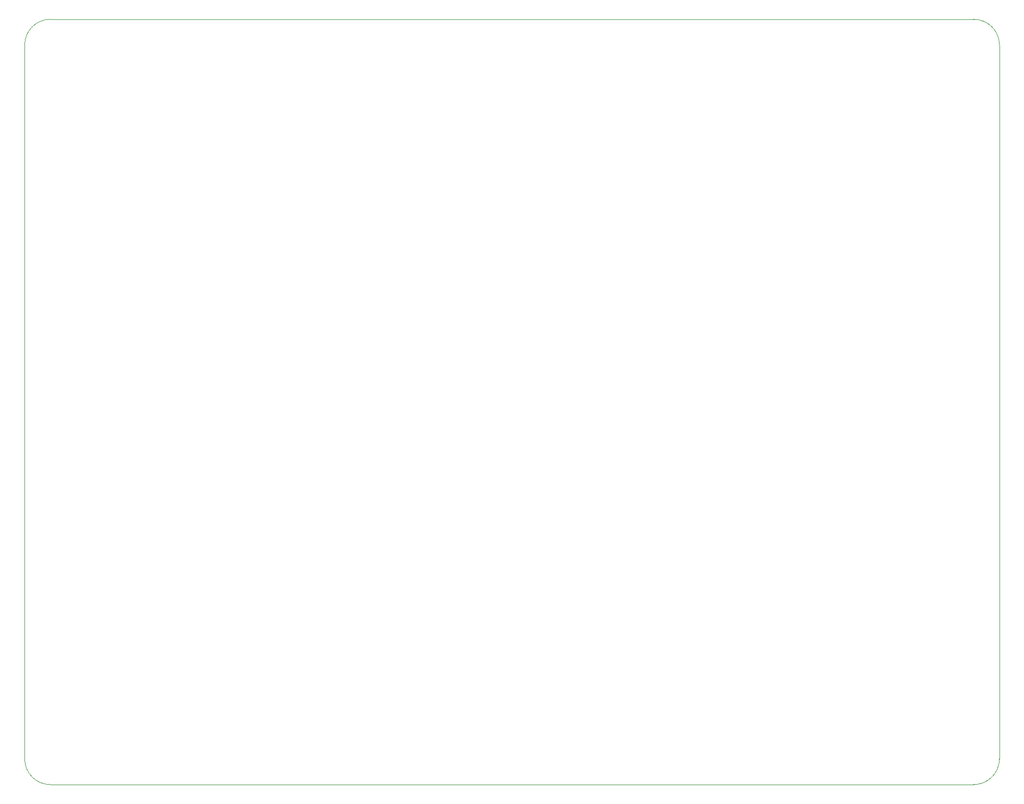
<source format=gbr>
%TF.GenerationSoftware,KiCad,Pcbnew,(6.0.1)*%
%TF.CreationDate,2024-03-16T16:01:57+01:00*%
%TF.ProjectId,mock_up_pcb,6d6f636b-5f75-4705-9f70-63622e6b6963,rev?*%
%TF.SameCoordinates,Original*%
%TF.FileFunction,Profile,NP*%
%FSLAX46Y46*%
G04 Gerber Fmt 4.6, Leading zero omitted, Abs format (unit mm)*
G04 Created by KiCad (PCBNEW (6.0.1)) date 2024-03-16 16:01:57*
%MOMM*%
%LPD*%
G01*
G04 APERTURE LIST*
%TA.AperFunction,Profile*%
%ADD10C,0.100000*%
%TD*%
G04 APERTURE END LIST*
D10*
X157250000Y-165000000D02*
G75*
G03*
X161500000Y-169250000I4249999J-1D01*
G01*
X161500000Y-42250000D02*
G75*
G03*
X157250000Y-46500000I-1J-4249999D01*
G01*
X314750000Y-169250000D02*
G75*
G03*
X319000000Y-165000000I1J4249999D01*
G01*
X161500000Y-169250000D02*
X314750000Y-169250000D01*
X319000000Y-165000000D02*
X319000000Y-46500000D01*
X157250000Y-46500000D02*
X157250000Y-165000000D01*
X314750000Y-42250000D02*
X161500000Y-42250000D01*
X319000000Y-46500000D02*
G75*
G03*
X314750000Y-42250000I-4249999J1D01*
G01*
M02*

</source>
